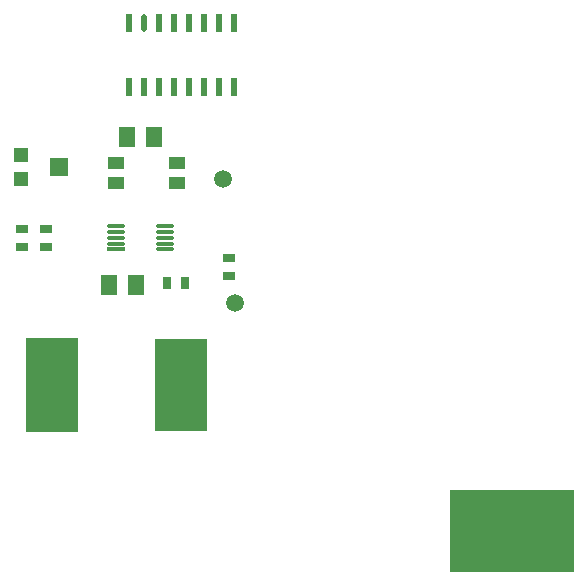
<source format=gbr>
%TF.GenerationSoftware,Altium Limited,Altium Designer,23.3.1 (30)*%
G04 Layer_Color=128*
%FSLAX45Y45*%
%MOMM*%
%TF.SameCoordinates,CA382BF2-D798-45FE-BEC5-AB2A3CF063FF*%
%TF.FilePolarity,Positive*%
%TF.FileFunction,Paste,Bot*%
%TF.Part,Single*%
G01*
G75*
%TA.AperFunction,SMDPad,CuDef*%
%ADD10R,0.80000X1.00000*%
%ADD12R,1.00000X0.80000*%
%ADD13R,1.40000X1.70000*%
%ADD29C,1.50000*%
%ADD30R,1.45000X1.00000*%
%ADD31R,4.50100X7.90000*%
%ADD32R,4.50000X8.05180*%
%ADD33R,10.49020X7.01040*%
%ADD34R,0.53340X1.49860*%
%ADD35O,0.53340X1.49860*%
G04:AMPARAMS|DCode=36|XSize=1.5565mm|YSize=0.35mm|CornerRadius=0.175mm|HoleSize=0mm|Usage=FLASHONLY|Rotation=0.000|XOffset=0mm|YOffset=0mm|HoleType=Round|Shape=RoundedRectangle|*
%AMROUNDEDRECTD36*
21,1,1.55650,0.00000,0,0,0.0*
21,1,1.20651,0.35000,0,0,0.0*
1,1,0.35000,0.60326,0.00000*
1,1,0.35000,-0.60326,0.00000*
1,1,0.35000,-0.60326,0.00000*
1,1,0.35000,0.60326,0.00000*
%
%ADD36ROUNDEDRECTD36*%
%ADD37R,1.55650X0.35000*%
%ADD38R,1.20000X1.20000*%
%ADD39R,1.50000X1.60000*%
D10*
X8574325Y5564874D02*
D03*
X8424325D02*
D03*
D12*
X7200000Y5875000D02*
D03*
Y6025000D02*
D03*
X8950000Y5625000D02*
D03*
Y5775000D02*
D03*
X7400000Y5875000D02*
D03*
Y6025000D02*
D03*
D13*
X7935700Y5550000D02*
D03*
X8164300D02*
D03*
X8085700Y6800000D02*
D03*
X8314300D02*
D03*
D29*
X9000000Y5400000D02*
D03*
X8900000Y6450000D02*
D03*
D30*
X8507500Y6415000D02*
D03*
Y6585000D02*
D03*
X7992500Y6415000D02*
D03*
Y6585000D02*
D03*
D31*
X8544830Y4700000D02*
D03*
D32*
X7455170D02*
D03*
D33*
X11350000Y3469320D02*
D03*
D34*
X8994500Y7770510D02*
D03*
X8867500D02*
D03*
X8740500D02*
D03*
X8613500D02*
D03*
X8486500D02*
D03*
X8359500D02*
D03*
X8105500D02*
D03*
Y7229490D02*
D03*
X8232500D02*
D03*
X8359500D02*
D03*
X8486500D02*
D03*
X8613500D02*
D03*
X8740500D02*
D03*
X8867500D02*
D03*
X8994500D02*
D03*
D35*
X8232500Y7770510D02*
D03*
D36*
X8410086Y5850000D02*
D03*
Y5900000D02*
D03*
Y5950000D02*
D03*
Y6000000D02*
D03*
Y6050000D02*
D03*
X7989914D02*
D03*
Y6000000D02*
D03*
Y5950000D02*
D03*
Y5900000D02*
D03*
D37*
Y5850000D02*
D03*
D38*
X7190000Y6450000D02*
D03*
Y6650000D02*
D03*
D39*
X7515000Y6550000D02*
D03*
%TF.MD5,3d3377415b69c6e9a37c39f6c2d83230*%
M02*

</source>
